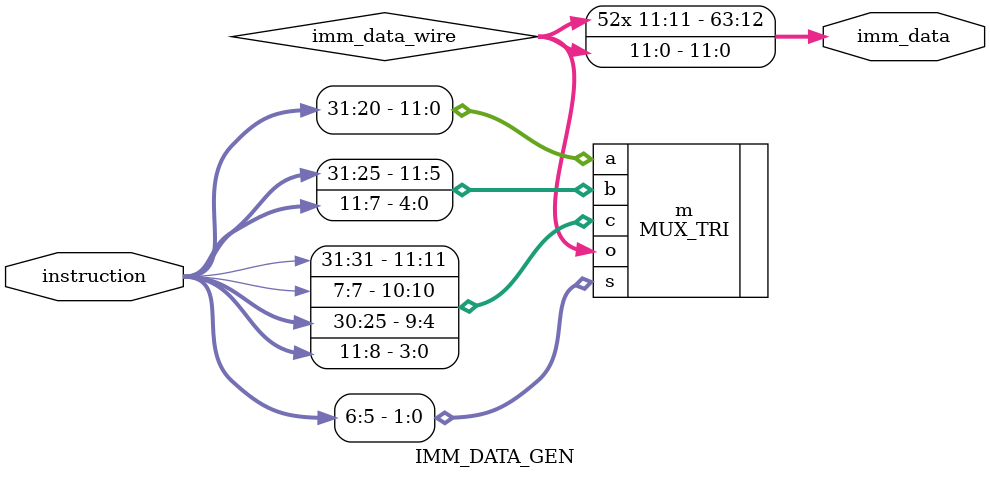
<source format=v>
module IMM_DATA_GEN
(
  input [31:0]instruction,  
  output reg [63:0]imm_data
);

wire [11:0]imm_data_wire;

MUX_TRI m
(
  .s(instruction[6:5]),
  .a(instruction[31:20]),
  .b({instruction[31:25], instruction[11:7]}),
  .c({instruction[31], instruction[7], instruction[30:25], instruction[11:8]}),
  .o(imm_data_wire)
);

always @ (*)
  imm_data <= {{52{imm_data_wire[11]}}, imm_data_wire};


endmodule
</source>
